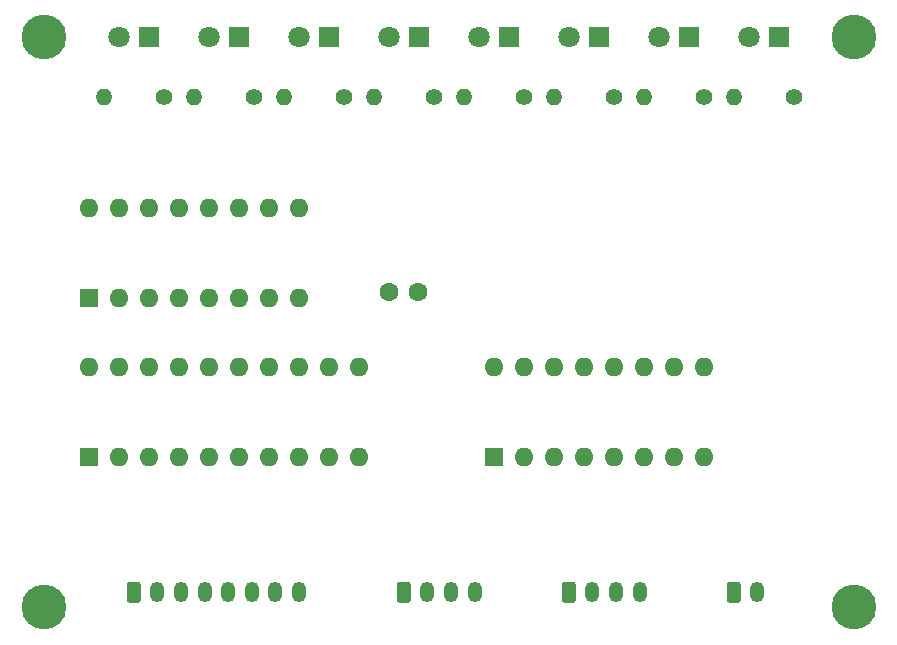
<source format=gbr>
G04 #@! TF.GenerationSoftware,KiCad,Pcbnew,(5.1.2-1)-1*
G04 #@! TF.CreationDate,2019-08-21T21:49:35+10:00*
G04 #@! TF.ProjectId,instruction-register,696e7374-7275-4637-9469-6f6e2d726567,rev?*
G04 #@! TF.SameCoordinates,Original*
G04 #@! TF.FileFunction,Soldermask,Bot*
G04 #@! TF.FilePolarity,Negative*
%FSLAX46Y46*%
G04 Gerber Fmt 4.6, Leading zero omitted, Abs format (unit mm)*
G04 Created by KiCad (PCBNEW (5.1.2-1)-1) date 2019-08-21 21:49:35*
%MOMM*%
%LPD*%
G04 APERTURE LIST*
%ADD10C,3.790000*%
%ADD11C,1.600000*%
%ADD12R,1.800000X1.800000*%
%ADD13C,1.800000*%
%ADD14C,0.100000*%
%ADD15C,1.200000*%
%ADD16O,1.200000X1.750000*%
%ADD17C,1.400000*%
%ADD18O,1.400000X1.400000*%
%ADD19R,1.600000X1.600000*%
%ADD20O,1.600000X1.600000*%
G04 APERTURE END LIST*
D10*
X20320000Y-52070000D03*
X88900000Y-52070000D03*
X88900000Y-100330000D03*
X20320000Y-100330000D03*
D11*
X49530000Y-73660000D03*
X52030000Y-73660000D03*
D12*
X29210000Y-52070000D03*
D13*
X26670000Y-52070000D03*
X34290000Y-52070000D03*
D12*
X36830000Y-52070000D03*
X44450000Y-52070000D03*
D13*
X41910000Y-52070000D03*
X49530000Y-52070000D03*
D12*
X52070000Y-52070000D03*
X59690000Y-52070000D03*
D13*
X57150000Y-52070000D03*
X64770000Y-52070000D03*
D12*
X67310000Y-52070000D03*
X74930000Y-52070000D03*
D13*
X72390000Y-52070000D03*
X80010000Y-52070000D03*
D12*
X82550000Y-52070000D03*
D14*
G36*
X28314505Y-98186204D02*
G01*
X28338773Y-98189804D01*
X28362572Y-98195765D01*
X28385671Y-98204030D01*
X28407850Y-98214520D01*
X28428893Y-98227132D01*
X28448599Y-98241747D01*
X28466777Y-98258223D01*
X28483253Y-98276401D01*
X28497868Y-98296107D01*
X28510480Y-98317150D01*
X28520970Y-98339329D01*
X28529235Y-98362428D01*
X28535196Y-98386227D01*
X28538796Y-98410495D01*
X28540000Y-98434999D01*
X28540000Y-99685001D01*
X28538796Y-99709505D01*
X28535196Y-99733773D01*
X28529235Y-99757572D01*
X28520970Y-99780671D01*
X28510480Y-99802850D01*
X28497868Y-99823893D01*
X28483253Y-99843599D01*
X28466777Y-99861777D01*
X28448599Y-99878253D01*
X28428893Y-99892868D01*
X28407850Y-99905480D01*
X28385671Y-99915970D01*
X28362572Y-99924235D01*
X28338773Y-99930196D01*
X28314505Y-99933796D01*
X28290001Y-99935000D01*
X27589999Y-99935000D01*
X27565495Y-99933796D01*
X27541227Y-99930196D01*
X27517428Y-99924235D01*
X27494329Y-99915970D01*
X27472150Y-99905480D01*
X27451107Y-99892868D01*
X27431401Y-99878253D01*
X27413223Y-99861777D01*
X27396747Y-99843599D01*
X27382132Y-99823893D01*
X27369520Y-99802850D01*
X27359030Y-99780671D01*
X27350765Y-99757572D01*
X27344804Y-99733773D01*
X27341204Y-99709505D01*
X27340000Y-99685001D01*
X27340000Y-98434999D01*
X27341204Y-98410495D01*
X27344804Y-98386227D01*
X27350765Y-98362428D01*
X27359030Y-98339329D01*
X27369520Y-98317150D01*
X27382132Y-98296107D01*
X27396747Y-98276401D01*
X27413223Y-98258223D01*
X27431401Y-98241747D01*
X27451107Y-98227132D01*
X27472150Y-98214520D01*
X27494329Y-98204030D01*
X27517428Y-98195765D01*
X27541227Y-98189804D01*
X27565495Y-98186204D01*
X27589999Y-98185000D01*
X28290001Y-98185000D01*
X28314505Y-98186204D01*
X28314505Y-98186204D01*
G37*
D15*
X27940000Y-99060000D03*
D16*
X29940000Y-99060000D03*
X31940000Y-99060000D03*
X33940000Y-99060000D03*
X35940000Y-99060000D03*
X37940000Y-99060000D03*
X39940000Y-99060000D03*
X41940000Y-99060000D03*
D14*
G36*
X51174505Y-98186204D02*
G01*
X51198773Y-98189804D01*
X51222572Y-98195765D01*
X51245671Y-98204030D01*
X51267850Y-98214520D01*
X51288893Y-98227132D01*
X51308599Y-98241747D01*
X51326777Y-98258223D01*
X51343253Y-98276401D01*
X51357868Y-98296107D01*
X51370480Y-98317150D01*
X51380970Y-98339329D01*
X51389235Y-98362428D01*
X51395196Y-98386227D01*
X51398796Y-98410495D01*
X51400000Y-98434999D01*
X51400000Y-99685001D01*
X51398796Y-99709505D01*
X51395196Y-99733773D01*
X51389235Y-99757572D01*
X51380970Y-99780671D01*
X51370480Y-99802850D01*
X51357868Y-99823893D01*
X51343253Y-99843599D01*
X51326777Y-99861777D01*
X51308599Y-99878253D01*
X51288893Y-99892868D01*
X51267850Y-99905480D01*
X51245671Y-99915970D01*
X51222572Y-99924235D01*
X51198773Y-99930196D01*
X51174505Y-99933796D01*
X51150001Y-99935000D01*
X50449999Y-99935000D01*
X50425495Y-99933796D01*
X50401227Y-99930196D01*
X50377428Y-99924235D01*
X50354329Y-99915970D01*
X50332150Y-99905480D01*
X50311107Y-99892868D01*
X50291401Y-99878253D01*
X50273223Y-99861777D01*
X50256747Y-99843599D01*
X50242132Y-99823893D01*
X50229520Y-99802850D01*
X50219030Y-99780671D01*
X50210765Y-99757572D01*
X50204804Y-99733773D01*
X50201204Y-99709505D01*
X50200000Y-99685001D01*
X50200000Y-98434999D01*
X50201204Y-98410495D01*
X50204804Y-98386227D01*
X50210765Y-98362428D01*
X50219030Y-98339329D01*
X50229520Y-98317150D01*
X50242132Y-98296107D01*
X50256747Y-98276401D01*
X50273223Y-98258223D01*
X50291401Y-98241747D01*
X50311107Y-98227132D01*
X50332150Y-98214520D01*
X50354329Y-98204030D01*
X50377428Y-98195765D01*
X50401227Y-98189804D01*
X50425495Y-98186204D01*
X50449999Y-98185000D01*
X51150001Y-98185000D01*
X51174505Y-98186204D01*
X51174505Y-98186204D01*
G37*
D15*
X50800000Y-99060000D03*
D16*
X52800000Y-99060000D03*
X54800000Y-99060000D03*
X56800000Y-99060000D03*
X70770000Y-99060000D03*
X68770000Y-99060000D03*
X66770000Y-99060000D03*
D14*
G36*
X65144505Y-98186204D02*
G01*
X65168773Y-98189804D01*
X65192572Y-98195765D01*
X65215671Y-98204030D01*
X65237850Y-98214520D01*
X65258893Y-98227132D01*
X65278599Y-98241747D01*
X65296777Y-98258223D01*
X65313253Y-98276401D01*
X65327868Y-98296107D01*
X65340480Y-98317150D01*
X65350970Y-98339329D01*
X65359235Y-98362428D01*
X65365196Y-98386227D01*
X65368796Y-98410495D01*
X65370000Y-98434999D01*
X65370000Y-99685001D01*
X65368796Y-99709505D01*
X65365196Y-99733773D01*
X65359235Y-99757572D01*
X65350970Y-99780671D01*
X65340480Y-99802850D01*
X65327868Y-99823893D01*
X65313253Y-99843599D01*
X65296777Y-99861777D01*
X65278599Y-99878253D01*
X65258893Y-99892868D01*
X65237850Y-99905480D01*
X65215671Y-99915970D01*
X65192572Y-99924235D01*
X65168773Y-99930196D01*
X65144505Y-99933796D01*
X65120001Y-99935000D01*
X64419999Y-99935000D01*
X64395495Y-99933796D01*
X64371227Y-99930196D01*
X64347428Y-99924235D01*
X64324329Y-99915970D01*
X64302150Y-99905480D01*
X64281107Y-99892868D01*
X64261401Y-99878253D01*
X64243223Y-99861777D01*
X64226747Y-99843599D01*
X64212132Y-99823893D01*
X64199520Y-99802850D01*
X64189030Y-99780671D01*
X64180765Y-99757572D01*
X64174804Y-99733773D01*
X64171204Y-99709505D01*
X64170000Y-99685001D01*
X64170000Y-98434999D01*
X64171204Y-98410495D01*
X64174804Y-98386227D01*
X64180765Y-98362428D01*
X64189030Y-98339329D01*
X64199520Y-98317150D01*
X64212132Y-98296107D01*
X64226747Y-98276401D01*
X64243223Y-98258223D01*
X64261401Y-98241747D01*
X64281107Y-98227132D01*
X64302150Y-98214520D01*
X64324329Y-98204030D01*
X64347428Y-98195765D01*
X64371227Y-98189804D01*
X64395495Y-98186204D01*
X64419999Y-98185000D01*
X65120001Y-98185000D01*
X65144505Y-98186204D01*
X65144505Y-98186204D01*
G37*
D15*
X64770000Y-99060000D03*
D14*
G36*
X79114505Y-98186204D02*
G01*
X79138773Y-98189804D01*
X79162572Y-98195765D01*
X79185671Y-98204030D01*
X79207850Y-98214520D01*
X79228893Y-98227132D01*
X79248599Y-98241747D01*
X79266777Y-98258223D01*
X79283253Y-98276401D01*
X79297868Y-98296107D01*
X79310480Y-98317150D01*
X79320970Y-98339329D01*
X79329235Y-98362428D01*
X79335196Y-98386227D01*
X79338796Y-98410495D01*
X79340000Y-98434999D01*
X79340000Y-99685001D01*
X79338796Y-99709505D01*
X79335196Y-99733773D01*
X79329235Y-99757572D01*
X79320970Y-99780671D01*
X79310480Y-99802850D01*
X79297868Y-99823893D01*
X79283253Y-99843599D01*
X79266777Y-99861777D01*
X79248599Y-99878253D01*
X79228893Y-99892868D01*
X79207850Y-99905480D01*
X79185671Y-99915970D01*
X79162572Y-99924235D01*
X79138773Y-99930196D01*
X79114505Y-99933796D01*
X79090001Y-99935000D01*
X78389999Y-99935000D01*
X78365495Y-99933796D01*
X78341227Y-99930196D01*
X78317428Y-99924235D01*
X78294329Y-99915970D01*
X78272150Y-99905480D01*
X78251107Y-99892868D01*
X78231401Y-99878253D01*
X78213223Y-99861777D01*
X78196747Y-99843599D01*
X78182132Y-99823893D01*
X78169520Y-99802850D01*
X78159030Y-99780671D01*
X78150765Y-99757572D01*
X78144804Y-99733773D01*
X78141204Y-99709505D01*
X78140000Y-99685001D01*
X78140000Y-98434999D01*
X78141204Y-98410495D01*
X78144804Y-98386227D01*
X78150765Y-98362428D01*
X78159030Y-98339329D01*
X78169520Y-98317150D01*
X78182132Y-98296107D01*
X78196747Y-98276401D01*
X78213223Y-98258223D01*
X78231401Y-98241747D01*
X78251107Y-98227132D01*
X78272150Y-98214520D01*
X78294329Y-98204030D01*
X78317428Y-98195765D01*
X78341227Y-98189804D01*
X78365495Y-98186204D01*
X78389999Y-98185000D01*
X79090001Y-98185000D01*
X79114505Y-98186204D01*
X79114505Y-98186204D01*
G37*
D15*
X78740000Y-99060000D03*
D16*
X80740000Y-99060000D03*
D17*
X30480000Y-57150000D03*
D18*
X25400000Y-57150000D03*
X33020000Y-57150000D03*
D17*
X38100000Y-57150000D03*
X45720000Y-57150000D03*
D18*
X40640000Y-57150000D03*
X48260000Y-57150000D03*
D17*
X53340000Y-57150000D03*
X60960000Y-57150000D03*
D18*
X55880000Y-57150000D03*
X63500000Y-57150000D03*
D17*
X68580000Y-57150000D03*
X76200000Y-57150000D03*
D18*
X71120000Y-57150000D03*
X78740000Y-57150000D03*
D17*
X83820000Y-57150000D03*
D19*
X24130000Y-87630000D03*
D20*
X46990000Y-80010000D03*
X26670000Y-87630000D03*
X44450000Y-80010000D03*
X29210000Y-87630000D03*
X41910000Y-80010000D03*
X31750000Y-87630000D03*
X39370000Y-80010000D03*
X34290000Y-87630000D03*
X36830000Y-80010000D03*
X36830000Y-87630000D03*
X34290000Y-80010000D03*
X39370000Y-87630000D03*
X31750000Y-80010000D03*
X41910000Y-87630000D03*
X29210000Y-80010000D03*
X44450000Y-87630000D03*
X26670000Y-80010000D03*
X46990000Y-87630000D03*
X24130000Y-80010000D03*
D19*
X58420000Y-87630000D03*
D20*
X76200000Y-80010000D03*
X60960000Y-87630000D03*
X73660000Y-80010000D03*
X63500000Y-87630000D03*
X71120000Y-80010000D03*
X66040000Y-87630000D03*
X68580000Y-80010000D03*
X68580000Y-87630000D03*
X66040000Y-80010000D03*
X71120000Y-87630000D03*
X63500000Y-80010000D03*
X73660000Y-87630000D03*
X60960000Y-80010000D03*
X76200000Y-87630000D03*
X58420000Y-80010000D03*
X24130000Y-66548000D03*
X41910000Y-74168000D03*
X26670000Y-66548000D03*
X39370000Y-74168000D03*
X29210000Y-66548000D03*
X36830000Y-74168000D03*
X31750000Y-66548000D03*
X34290000Y-74168000D03*
X34290000Y-66548000D03*
X31750000Y-74168000D03*
X36830000Y-66548000D03*
X29210000Y-74168000D03*
X39370000Y-66548000D03*
X26670000Y-74168000D03*
X41910000Y-66548000D03*
D19*
X24130000Y-74168000D03*
M02*

</source>
